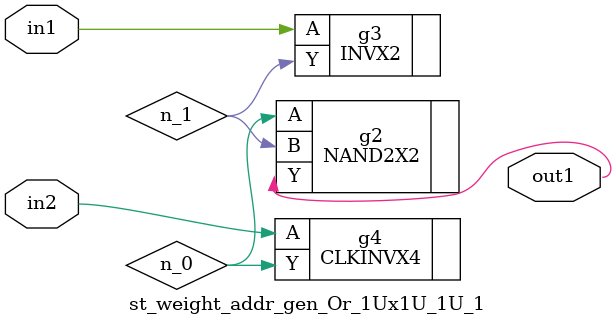
<source format=v>
`timescale 1ps / 1ps


module st_weight_addr_gen_Or_1Ux1U_1U_1(in2, in1, out1);
  input in2, in1;
  output out1;
  wire in2, in1;
  wire out1;
  wire n_0, n_1;
  NAND2X2 g2(.A (n_0), .B (n_1), .Y (out1));
  INVX2 g3(.A (in1), .Y (n_1));
  CLKINVX4 g4(.A (in2), .Y (n_0));
endmodule



</source>
